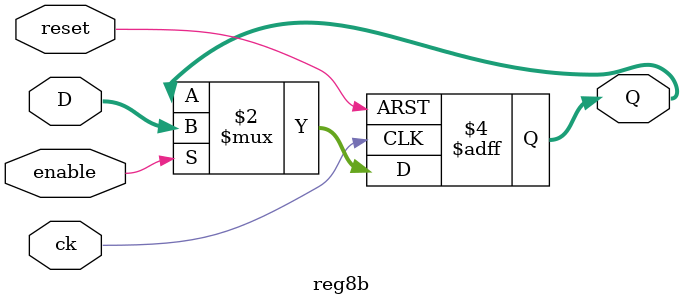
<source format=v>
`timescale 1ns/1ns

module reg8b (D, Q, ck, reset, enable);
input [7:0] D;
output [7:0] Q;
input ck, reset, enable;

reg [7:0] Q;

always @(posedge ck or posedge reset)
	if (reset)
		Q <= 8'd0;
	else
		if (enable)
			Q <= D;

endmodule
</source>
